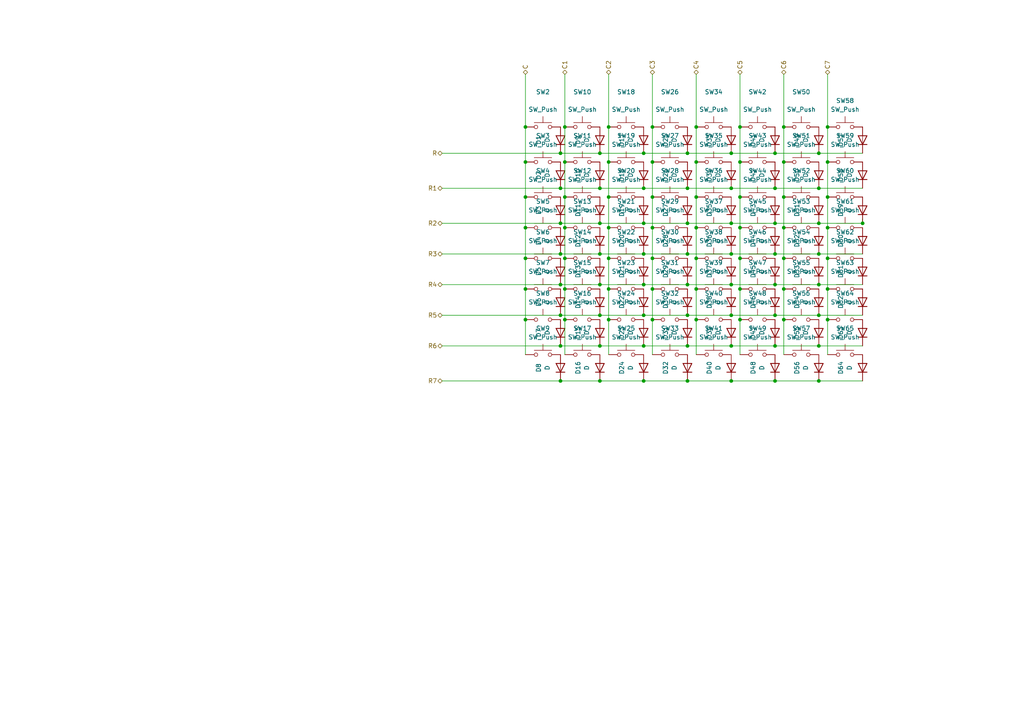
<source format=kicad_sch>
(kicad_sch (version 20231120) (generator "eeschema") (generator_version "8.0")
  (paper "A4")
  (lib_symbols
    (symbol "Device:D" (pin_numbers hide) (pin_names (offset 1.016) hide)
      (property "Reference" "D" (at 0 2.54 0))
      (property "Value" "D" (at 0 -2.54 0))
      (symbol "D_1_1"
        (pin passive line (at -3.81 0 0) (length 2.54) (name "K") (number "1"))
        (pin passive line (at 3.81 0 180) (length 2.54) (name "A") (number "2"))
      )
    )
    (symbol "Switch:SW_Push" (pin_numbers hide) (pin_names (offset 1.016) hide)
      (property "Reference" "SW" (at 1.27 2.54 0))
      (property "Value" "SW_Push" (at 0 -1.524 0))
      (symbol "SW_Push_0_1"
        (pin passive line (at -5.08 0 0) (length 2.54) (name "1") (number "1"))
        (pin passive line (at 5.08 0 180) (length 2.54) (name "2") (number "2"))
      )
    )
  )
  (junction (at 237.49 73.66))
  (junction (at 163.83 74.93))
  (junction (at 227.33 57.15))
  (junction (at 199.39 54.61))
  (junction (at 173.99 64.77))
  (junction (at 163.83 92.71))
  (junction (at 240.03 36.83))
  (junction (at 176.53 46.99))
  (junction (at 152.4 66.04))
  (junction (at 224.79 110.49))
  (junction (at 176.53 36.83))
  (junction (at 176.53 83.82))
  (junction (at 186.69 91.44))
  (junction (at 214.63 74.93))
  (junction (at 162.56 91.44))
  (junction (at 152.4 74.93))
  (junction (at 162.56 100.33))
  (junction (at 199.39 91.44))
  (junction (at 201.93 83.82))
  (junction (at 214.63 83.82))
  (junction (at 176.53 66.04))
  (junction (at 237.49 82.55))
  (junction (at 163.83 57.15))
  (junction (at 237.49 54.61))
  (junction (at 173.99 110.49))
  (junction (at 224.79 54.61))
  (junction (at 237.49 100.33))
  (junction (at 163.83 83.82))
  (junction (at 212.09 54.61))
  (junction (at 212.09 100.33))
  (junction (at 199.39 73.66))
  (junction (at 201.93 66.04))
  (junction (at 214.63 92.71))
  (junction (at 189.23 66.04))
  (junction (at 173.99 54.61))
  (junction (at 224.79 100.33))
  (junction (at 173.99 91.44))
  (junction (at 201.93 46.99))
  (junction (at 162.56 64.77))
  (junction (at 162.56 73.66))
  (junction (at 240.03 92.71))
  (junction (at 162.56 54.61))
  (junction (at 240.03 46.99))
  (junction (at 199.39 82.55))
  (junction (at 214.63 66.04))
  (junction (at 237.49 91.44))
  (junction (at 212.09 110.49))
  (junction (at 227.33 92.71))
  (junction (at 152.4 57.15))
  (junction (at 189.23 92.71))
  (junction (at 186.69 73.66))
  (junction (at 250.19 64.77))
  (junction (at 173.99 44.45))
  (junction (at 173.99 100.33))
  (junction (at 240.03 83.82))
  (junction (at 186.69 44.45))
  (junction (at 186.69 64.77))
  (junction (at 189.23 57.15))
  (junction (at 173.99 82.55))
  (junction (at 152.4 92.71))
  (junction (at 237.49 110.49))
  (junction (at 152.4 36.83))
  (junction (at 227.33 46.99))
  (junction (at 212.09 73.66))
  (junction (at 152.4 46.99))
  (junction (at 201.93 36.83))
  (junction (at 186.69 110.49))
  (junction (at 162.56 44.45))
  (junction (at 162.56 110.49))
  (junction (at 227.33 66.04))
  (junction (at 199.39 64.77))
  (junction (at 176.53 92.71))
  (junction (at 163.83 66.04))
  (junction (at 227.33 74.93))
  (junction (at 186.69 54.61))
  (junction (at 199.39 110.49))
  (junction (at 199.39 100.33))
  (junction (at 237.49 64.77))
  (junction (at 176.53 57.15))
  (junction (at 212.09 64.77))
  (junction (at 227.33 36.83))
  (junction (at 163.83 46.99))
  (junction (at 152.4 83.82))
  (junction (at 189.23 36.83))
  (junction (at 189.23 74.93))
  (junction (at 240.03 57.15))
  (junction (at 224.79 44.45))
  (junction (at 214.63 36.83))
  (junction (at 214.63 57.15))
  (junction (at 237.49 44.45))
  (junction (at 212.09 44.45))
  (junction (at 189.23 83.82))
  (junction (at 212.09 91.44))
  (junction (at 214.63 46.99))
  (junction (at 240.03 74.93))
  (junction (at 189.23 46.99))
  (junction (at 186.69 82.55))
  (junction (at 186.69 100.33))
  (junction (at 173.99 73.66))
  (junction (at 224.79 91.44))
  (junction (at 224.79 82.55))
  (junction (at 176.53 74.93))
  (junction (at 199.39 44.45))
  (junction (at 163.83 36.83))
  (junction (at 224.79 64.77))
  (junction (at 212.09 82.55))
  (junction (at 162.56 82.55))
  (junction (at 201.93 57.15))
  (junction (at 201.93 74.93))
  (junction (at 224.79 73.66))
  (junction (at 201.93 92.71))
  (junction (at 227.33 83.82))
  (junction (at 240.03 66.04))
  (wire (pts (xy 227.33 21.59) (xy 227.33 36.83)))
  (wire (pts (xy 163.83 57.15) (xy 163.83 66.04)))
  (wire (pts (xy 173.99 110.49) (xy 186.69 110.49)))
  (wire (pts (xy 212.09 110.49) (xy 224.79 110.49)))
  (wire (pts (xy 176.53 36.83) (xy 176.53 46.99)))
  (wire (pts (xy 163.83 46.99) (xy 163.83 57.15)))
  (wire (pts (xy 163.83 66.04) (xy 163.83 74.93)))
  (wire (pts (xy 214.63 66.04) (xy 214.63 74.93)))
  (wire (pts (xy 173.99 64.77) (xy 186.69 64.77)))
  (wire (pts (xy 173.99 73.66) (xy 186.69 73.66)))
  (wire (pts (xy 237.49 44.45) (xy 250.19 44.45)))
  (wire (pts (xy 128.27 54.61) (xy 162.56 54.61)))
  (wire (pts (xy 214.63 83.82) (xy 214.63 92.71)))
  (wire (pts (xy 237.49 64.77) (xy 250.19 64.77)))
  (wire (pts (xy 128.27 110.49) (xy 162.56 110.49)))
  (wire (pts (xy 227.33 66.04) (xy 227.33 74.93)))
  (wire (pts (xy 173.99 100.33) (xy 186.69 100.33)))
  (wire (pts (xy 176.53 66.04) (xy 176.53 74.93)))
  (wire (pts (xy 152.4 21.59) (xy 152.4 36.83)))
  (wire (pts (xy 186.69 64.77) (xy 199.39 64.77)))
  (wire (pts (xy 240.03 102.87) (xy 240.03 92.71)))
  (wire (pts (xy 199.39 64.77) (xy 212.09 64.77)))
  (wire (pts (xy 199.39 54.61) (xy 212.09 54.61)))
  (wire (pts (xy 189.23 21.59) (xy 189.23 36.83)))
  (wire (pts (xy 162.56 73.66) (xy 173.99 73.66)))
  (wire (pts (xy 227.33 46.99) (xy 227.33 57.15)))
  (wire (pts (xy 176.53 46.99) (xy 176.53 57.15)))
  (wire (pts (xy 186.69 54.61) (xy 199.39 54.61)))
  (wire (pts (xy 162.56 110.49) (xy 173.99 110.49)))
  (wire (pts (xy 224.79 110.49) (xy 237.49 110.49)))
  (wire (pts (xy 227.33 36.83) (xy 227.33 46.99)))
  (wire (pts (xy 214.63 74.93) (xy 214.63 83.82)))
  (wire (pts (xy 186.69 91.44) (xy 199.39 91.44)))
  (wire (pts (xy 186.69 100.33) (xy 199.39 100.33)))
  (wire (pts (xy 199.39 82.55) (xy 212.09 82.55)))
  (wire (pts (xy 227.33 83.82) (xy 227.33 92.71)))
  (wire (pts (xy 176.53 57.15) (xy 176.53 66.04)))
  (wire (pts (xy 201.93 21.59) (xy 201.93 36.83)))
  (wire (pts (xy 162.56 54.61) (xy 173.99 54.61)))
  (wire (pts (xy 214.63 92.71) (xy 214.63 102.87)))
  (wire (pts (xy 199.39 100.33) (xy 212.09 100.33)))
  (wire (pts (xy 212.09 73.66) (xy 224.79 73.66)))
  (wire (pts (xy 189.23 46.99) (xy 189.23 57.15)))
  (wire (pts (xy 237.49 110.49) (xy 250.19 110.49)))
  (wire (pts (xy 212.09 100.33) (xy 224.79 100.33)))
  (wire (pts (xy 240.03 21.59) (xy 240.03 36.83)))
  (wire (pts (xy 237.49 82.55) (xy 250.19 82.55)))
  (wire (pts (xy 199.39 44.45) (xy 212.09 44.45)))
  (wire (pts (xy 212.09 82.55) (xy 224.79 82.55)))
  (wire (pts (xy 224.79 64.77) (xy 237.49 64.77)))
  (wire (pts (xy 152.4 92.71) (xy 152.4 102.87)))
  (wire (pts (xy 173.99 82.55) (xy 186.69 82.55)))
  (wire (pts (xy 201.93 57.15) (xy 201.93 66.04)))
  (wire (pts (xy 237.49 73.66) (xy 250.19 73.66)))
  (wire (pts (xy 201.93 46.99) (xy 201.93 57.15)))
  (wire (pts (xy 240.03 46.99) (xy 240.03 36.83)))
  (wire (pts (xy 176.53 92.71) (xy 176.53 102.87)))
  (wire (pts (xy 212.09 44.45) (xy 224.79 44.45)))
  (wire (pts (xy 128.27 64.77) (xy 162.56 64.77)))
  (wire (pts (xy 201.93 92.71) (xy 201.93 102.87)))
  (wire (pts (xy 152.4 66.04) (xy 152.4 74.93)))
  (wire (pts (xy 173.99 91.44) (xy 186.69 91.44)))
  (wire (pts (xy 128.27 82.55) (xy 162.56 82.55)))
  (wire (pts (xy 214.63 36.83) (xy 214.63 46.99)))
  (wire (pts (xy 212.09 64.77) (xy 224.79 64.77)))
  (wire (pts (xy 162.56 64.77) (xy 173.99 64.77)))
  (wire (pts (xy 163.83 74.93) (xy 163.83 83.82)))
  (wire (pts (xy 227.33 74.93) (xy 227.33 83.82)))
  (wire (pts (xy 189.23 57.15) (xy 189.23 66.04)))
  (wire (pts (xy 199.39 110.49) (xy 212.09 110.49)))
  (wire (pts (xy 237.49 100.33) (xy 250.19 100.33)))
  (wire (pts (xy 189.23 92.71) (xy 189.23 102.87)))
  (wire (pts (xy 173.99 54.61) (xy 186.69 54.61)))
  (wire (pts (xy 186.69 82.55) (xy 199.39 82.55)))
  (wire (pts (xy 201.93 36.83) (xy 201.93 46.99)))
  (wire (pts (xy 128.27 44.45) (xy 162.56 44.45)))
  (wire (pts (xy 199.39 73.66) (xy 212.09 73.66)))
  (wire (pts (xy 128.27 73.66) (xy 162.56 73.66)))
  (wire (pts (xy 224.79 82.55) (xy 237.49 82.55)))
  (wire (pts (xy 224.79 44.45) (xy 237.49 44.45)))
  (wire (pts (xy 240.03 83.82) (xy 240.03 74.93)))
  (wire (pts (xy 237.49 91.44) (xy 250.19 91.44)))
  (wire (pts (xy 152.4 36.83) (xy 152.4 46.99)))
  (wire (pts (xy 214.63 46.99) (xy 214.63 57.15)))
  (wire (pts (xy 186.69 44.45) (xy 199.39 44.45)))
  (wire (pts (xy 189.23 83.82) (xy 189.23 92.71)))
  (wire (pts (xy 128.27 100.33) (xy 162.56 100.33)))
  (wire (pts (xy 163.83 36.83) (xy 163.83 46.99)))
  (wire (pts (xy 128.27 91.44) (xy 162.56 91.44)))
  (wire (pts (xy 212.09 91.44) (xy 224.79 91.44)))
  (wire (pts (xy 162.56 100.33) (xy 173.99 100.33)))
  (wire (pts (xy 163.83 21.59) (xy 163.83 36.83)))
  (wire (pts (xy 214.63 57.15) (xy 214.63 66.04)))
  (wire (pts (xy 162.56 44.45) (xy 173.99 44.45)))
  (wire (pts (xy 152.4 83.82) (xy 152.4 92.71)))
  (wire (pts (xy 186.69 110.49) (xy 199.39 110.49)))
  (wire (pts (xy 176.53 74.93) (xy 176.53 83.82)))
  (wire (pts (xy 152.4 57.15) (xy 152.4 66.04)))
  (wire (pts (xy 240.03 92.71) (xy 240.03 83.82)))
  (wire (pts (xy 173.99 44.45) (xy 186.69 44.45)))
  (wire (pts (xy 227.33 92.71) (xy 227.33 102.87)))
  (wire (pts (xy 224.79 73.66) (xy 237.49 73.66)))
  (wire (pts (xy 189.23 66.04) (xy 189.23 74.93)))
  (wire (pts (xy 227.33 57.15) (xy 227.33 66.04)))
  (wire (pts (xy 201.93 74.93) (xy 201.93 83.82)))
  (wire (pts (xy 240.03 57.15) (xy 240.03 46.99)))
  (wire (pts (xy 240.03 66.04) (xy 240.03 57.15)))
  (wire (pts (xy 201.93 83.82) (xy 201.93 92.71)))
  (wire (pts (xy 162.56 82.55) (xy 173.99 82.55)))
  (wire (pts (xy 237.49 54.61) (xy 250.19 54.61)))
  (wire (pts (xy 224.79 54.61) (xy 237.49 54.61)))
  (wire (pts (xy 199.39 91.44) (xy 212.09 91.44)))
  (wire (pts (xy 224.79 91.44) (xy 237.49 91.44)))
  (wire (pts (xy 163.83 83.82) (xy 163.83 92.71)))
  (wire (pts (xy 176.53 83.82) (xy 176.53 92.71)))
  (wire (pts (xy 201.93 66.04) (xy 201.93 74.93)))
  (wire (pts (xy 212.09 54.61) (xy 224.79 54.61)))
  (wire (pts (xy 162.56 91.44) (xy 173.99 91.44)))
  (wire (pts (xy 189.23 74.93) (xy 189.23 83.82)))
  (wire (pts (xy 224.79 100.33) (xy 237.49 100.33)))
  (wire (pts (xy 176.53 21.59) (xy 176.53 36.83)))
  (wire (pts (xy 189.23 36.83) (xy 189.23 46.99)))
  (wire (pts (xy 186.69 73.66) (xy 199.39 73.66)))
  (wire (pts (xy 152.4 46.99) (xy 152.4 57.15)))
  (wire (pts (xy 214.63 21.59) (xy 214.63 36.83)))
  (wire (pts (xy 250.19 63.5) (xy 250.19 64.77)))
  (wire (pts (xy 240.03 74.93) (xy 240.03 66.04)))
  (wire (pts (xy 163.83 92.71) (xy 163.83 102.87)))
  (wire (pts (xy 152.4 74.93) (xy 152.4 83.82)))
  (hierarchical_label "C2" (shape bidirectional) (at 176.53 21.59 90))
  (hierarchical_label "R2" (shape bidirectional) (at 128.27 64.77 180))
  (hierarchical_label "R3" (shape bidirectional) (at 128.27 73.66 180))
  (hierarchical_label "C3" (shape bidirectional) (at 189.23 21.59 90))
  (hierarchical_label "C7" (shape bidirectional) (at 240.03 21.59 90))
  (hierarchical_label "C6" (shape bidirectional) (at 227.33 21.59 90))
  (hierarchical_label "R1" (shape bidirectional) (at 128.27 54.61 180))
  (hierarchical_label "R5" (shape bidirectional) (at 128.27 91.44 180))
  (hierarchical_label "C5" (shape bidirectional) (at 214.63 21.59 90))
  (hierarchical_label "C4" (shape bidirectional) (at 201.93 21.59 90))
  (hierarchical_label "R6" (shape bidirectional) (at 128.27 100.33 180))
  (hierarchical_label "C1" (shape bidirectional) (at 163.83 21.59 90))
  (hierarchical_label "C" (shape bidirectional) (at 152.4 21.59 90))
  (hierarchical_label "R" (shape bidirectional) (at 128.27 44.45 180))
  (hierarchical_label "R7" (shape bidirectional) (at 128.27 110.49 180))
  (hierarchical_label "R4" (shape bidirectional) (at 128.27 82.55 180))
  (symbol (lib_id "Switch:SW_Push") (at 207.01 83.82 0) (unit 1)
    (property "Reference" "SW39" (at 207.01 76.2 0))
    (property "Value" "SW_Push" (at 207.01 78.74 0))
    (property "Footprint" "keyswitches.pretty-2.1:Kailh_socket_MX" (effects (hide yes)))
    (property "Description" "Push button switch, generic, two pins" (effects (hide yes)))
  )
  (symbol (lib_id "Device:D") (at 199.39 106.68 90) (unit 1)
    (property "Reference" "D32" (at 193.04 106.68 0))
    (property "Value" "D" (at 195.58 106.68 0))
    (property "Footprint" "Diode_SMD:D_0805_2012Metric" (effects (hide yes)))
    (property "Description" "Diode" (effects (hide yes)))
    (property "Sim.Device" "D" (effects (hide yes)))
    (property "Sim.Pins" "1=K 2=A" (effects (hide yes)))
  )
  (symbol (lib_id "Device:D") (at 173.99 87.63 90) (unit 1)
    (property "Reference" "D14" (at 167.64 87.63 0))
    (property "Value" "D" (at 170.18 87.63 0))
    (property "Footprint" "Diode_SMD:D_0805_2012Metric" (effects (hide yes)))
    (property "Description" "Diode" (effects (hide yes)))
    (property "Sim.Device" "D" (effects (hide yes)))
    (property "Sim.Pins" "1=K 2=A" (effects (hide yes)))
  )
  (symbol (lib_id "Switch:SW_Push") (at 207.01 92.71 0) (unit 1)
    (property "Reference" "SW40" (at 207.01 85.09 0))
    (property "Value" "SW_Push" (at 207.01 87.63 0))
    (property "Footprint" "keyswitches.pretty-2.1:Kailh_socket_MX" (effects (hide yes)))
    (property "Description" "Push button switch, generic, two pins" (effects (hide yes)))
  )
  (symbol (lib_id "Switch:SW_Push") (at 245.11 83.82 0) (unit 1)
    (property "Reference" "SW63" (at 245.11 76.2 0))
    (property "Value" "SW_Push" (at 245.11 78.74 0))
    (property "Footprint" "keyswitches.pretty-2.1:Kailh_socket_MX" (effects (hide yes)))
    (property "Description" "Push button switch, generic, two pins" (effects (hide yes)))
  )
  (symbol (lib_id "Switch:SW_Push") (at 168.91 92.71 0) (unit 1)
    (property "Reference" "SW16" (at 168.91 85.09 0))
    (property "Value" "SW_Push" (at 168.91 87.63 0))
    (property "Footprint" "keyswitches.pretty-2.1:Kailh_socket_MX" (effects (hide yes)))
    (property "Description" "Push button switch, generic, two pins" (effects (hide yes)))
  )
  (symbol (lib_id "Device:D") (at 199.39 60.96 90) (unit 1)
    (property "Reference" "D27" (at 193.04 60.96 0))
    (property "Value" "D" (at 195.58 60.96 0))
    (property "Footprint" "Diode_SMD:D_0805_2012Metric" (effects (hide yes)))
    (property "Description" "Diode" (effects (hide yes)))
    (property "Sim.Device" "D" (effects (hide yes)))
    (property "Sim.Pins" "1=K 2=A" (effects (hide yes)))
  )
  (symbol (lib_id "Device:D") (at 212.09 50.8 90) (unit 1)
    (property "Reference" "D34" (at 205.74 50.8 0))
    (property "Value" "D" (at 208.28 50.8 0))
    (property "Footprint" "Diode_SMD:D_0805_2012Metric" (effects (hide yes)))
    (property "Description" "Diode" (effects (hide yes)))
    (property "Sim.Device" "D" (effects (hide yes)))
    (property "Sim.Pins" "1=K 2=A" (effects (hide yes)))
  )
  (symbol (lib_id "Device:D") (at 162.56 40.64 90) (unit 1)
    (property "Reference" "D1" (at 156.21 40.64 0))
    (property "Value" "D" (at 158.75 40.64 0))
    (property "Footprint" "Diode_SMD:D_0805_2012Metric" (effects (hide yes)))
    (property "Description" "Diode" (effects (hide yes)))
    (property "Sim.Device" "D" (effects (hide yes)))
    (property "Sim.Pins" "1=K 2=A" (effects (hide yes)))
  )
  (symbol (lib_id "Device:D") (at 186.69 87.63 90) (unit 1)
    (property "Reference" "D22" (at 180.34 87.63 0))
    (property "Value" "D" (at 182.88 87.63 0))
    (property "Footprint" "Diode_SMD:D_0805_2012Metric" (effects (hide yes)))
    (property "Description" "Diode" (effects (hide yes)))
    (property "Sim.Device" "D" (effects (hide yes)))
    (property "Sim.Pins" "1=K 2=A" (effects (hide yes)))
  )
  (symbol (lib_id "Device:D") (at 224.79 106.68 90) (unit 1)
    (property "Reference" "D48" (at 218.44 106.68 0))
    (property "Value" "D" (at 220.98 106.68 0))
    (property "Footprint" "Diode_SMD:D_0805_2012Metric" (effects (hide yes)))
    (property "Description" "Diode" (effects (hide yes)))
    (property "Sim.Device" "D" (effects (hide yes)))
    (property "Sim.Pins" "1=K 2=A" (effects (hide yes)))
  )
  (symbol (lib_id "Device:D") (at 173.99 40.64 90) (unit 1)
    (property "Reference" "D9" (at 167.64 40.64 0))
    (property "Value" "D" (at 170.18 40.64 0))
    (property "Footprint" "Diode_SMD:D_0805_2012Metric" (effects (hide yes)))
    (property "Description" "Diode" (effects (hide yes)))
    (property "Sim.Device" "D" (effects (hide yes)))
    (property "Sim.Pins" "1=K 2=A" (effects (hide yes)))
  )
  (symbol (lib_id "Device:D") (at 237.49 69.85 90) (unit 1)
    (property "Reference" "D52" (at 231.14 69.85 0))
    (property "Value" "D" (at 233.68 69.85 0))
    (property "Footprint" "Diode_SMD:D_0805_2012Metric" (effects (hide yes)))
    (property "Description" "Diode" (effects (hide yes)))
    (property "Sim.Device" "D" (effects (hide yes)))
    (property "Sim.Pins" "1=K 2=A" (effects (hide yes)))
  )
  (symbol (lib_id "Device:D") (at 212.09 87.63 90) (unit 1)
    (property "Reference" "D38" (at 205.74 87.63 0))
    (property "Value" "D" (at 208.28 87.63 0))
    (property "Footprint" "Diode_SMD:D_0805_2012Metric" (effects (hide yes)))
    (property "Description" "Diode" (effects (hide yes)))
    (property "Sim.Device" "D" (effects (hide yes)))
    (property "Sim.Pins" "1=K 2=A" (effects (hide yes)))
  )
  (symbol (lib_id "Switch:SW_Push") (at 168.91 66.04 0) (unit 1)
    (property "Reference" "SW13" (at 168.91 58.42 0))
    (property "Value" "SW_Push" (at 168.91 60.96 0))
    (property "Footprint" "keyswitches.pretty-2.1:Kailh_socket_MX" (effects (hide yes)))
    (property "Description" "Push button switch, generic, two pins" (effects (hide yes)))
  )
  (symbol (lib_id "Device:D") (at 237.49 50.8 90) (unit 1)
    (property "Reference" "D50" (at 231.14 50.8 0))
    (property "Value" "D" (at 233.68 50.8 0))
    (property "Footprint" "Diode_SMD:D_0805_2012Metric" (effects (hide yes)))
    (property "Description" "Diode" (effects (hide yes)))
    (property "Sim.Device" "D" (effects (hide yes)))
    (property "Sim.Pins" "1=K 2=A" (effects (hide yes)))
  )
  (symbol (lib_id "Switch:SW_Push") (at 219.71 46.99 0) (unit 1)
    (property "Reference" "SW43" (at 219.71 39.37 0))
    (property "Value" "SW_Push" (at 219.71 41.91 0))
    (property "Footprint" "keyswitches.pretty-2.1:Kailh_socket_MX" (effects (hide yes)))
    (property "Description" "Push button switch, generic, two pins" (effects (hide yes)))
  )
  (symbol (lib_id "Switch:SW_Push") (at 181.61 92.71 0) (unit 1)
    (property "Reference" "SW24" (at 181.61 85.09 0))
    (property "Value" "SW_Push" (at 181.61 87.63 0))
    (property "Footprint" "keyswitches.pretty-2.1:Kailh_socket_MX" (effects (hide yes)))
    (property "Description" "Push button switch, generic, two pins" (effects (hide yes)))
  )
  (symbol (lib_id "Device:D") (at 212.09 40.64 90) (unit 1)
    (property "Reference" "D33" (at 205.74 40.64 0))
    (property "Value" "D" (at 208.28 40.64 0))
    (property "Footprint" "Diode_SMD:D_0805_2012Metric" (effects (hide yes)))
    (property "Description" "Diode" (effects (hide yes)))
    (property "Sim.Device" "D" (effects (hide yes)))
    (property "Sim.Pins" "1=K 2=A" (effects (hide yes)))
  )
  (symbol (lib_id "Device:D") (at 250.19 106.68 90) (unit 1)
    (property "Reference" "D64" (at 243.84 106.68 0))
    (property "Value" "D" (at 246.38 106.68 0))
    (property "Footprint" "Diode_SMD:D_0805_2012Metric" (effects (hide yes)))
    (property "Description" "Diode" (effects (hide yes)))
    (property "Sim.Device" "D" (effects (hide yes)))
    (property "Sim.Pins" "1=K 2=A" (effects (hide yes)))
  )
  (symbol (lib_id "Device:D") (at 162.56 96.52 90) (unit 1)
    (property "Reference" "D7" (at 156.21 96.52 0))
    (property "Value" "D" (at 158.75 96.52 0))
    (property "Footprint" "Diode_SMD:D_0805_2012Metric" (effects (hide yes)))
    (property "Description" "Diode" (effects (hide yes)))
    (property "Sim.Device" "D" (effects (hide yes)))
    (property "Sim.Pins" "1=K 2=A" (effects (hide yes)))
  )
  (symbol (lib_id "Device:D") (at 237.49 96.52 90) (unit 1)
    (property "Reference" "D55" (at 231.14 96.52 0))
    (property "Value" "D" (at 233.68 96.52 0))
    (property "Footprint" "Diode_SMD:D_0805_2012Metric" (effects (hide yes)))
    (property "Description" "Diode" (effects (hide yes)))
    (property "Sim.Device" "D" (effects (hide yes)))
    (property "Sim.Pins" "1=K 2=A" (effects (hide yes)))
  )
  (symbol (lib_id "Device:D") (at 199.39 87.63 90) (unit 1)
    (property "Reference" "D30" (at 193.04 87.63 0))
    (property "Value" "D" (at 195.58 87.63 0))
    (property "Footprint" "Diode_SMD:D_0805_2012Metric" (effects (hide yes)))
    (property "Description" "Diode" (effects (hide yes)))
    (property "Sim.Device" "D" (effects (hide yes)))
    (property "Sim.Pins" "1=K 2=A" (effects (hide yes)))
  )
  (symbol (lib_id "Switch:SW_Push") (at 181.61 36.83 0) (unit 1)
    (property "Reference" "SW18" (at 181.61 26.67 0))
    (property "Value" "SW_Push" (at 181.61 31.75 0))
    (property "Footprint" "keyswitches.pretty-2.1:Kailh_socket_MX" (effects (hide yes)))
    (property "Description" "Push button switch, generic, two pins" (effects (hide yes)))
  )
  (symbol (lib_id "Switch:SW_Push") (at 207.01 74.93 0) (unit 1)
    (property "Reference" "SW38" (at 207.01 67.31 0))
    (property "Value" "SW_Push" (at 207.01 69.85 0))
    (property "Footprint" "keyswitches.pretty-2.1:Kailh_socket_MX" (effects (hide yes)))
    (property "Description" "Push button switch, generic, two pins" (effects (hide yes)))
  )
  (symbol (lib_id "Device:D") (at 224.79 60.96 90) (unit 1)
    (property "Reference" "D43" (at 218.44 60.96 0))
    (property "Value" "D" (at 220.98 60.96 0))
    (property "Footprint" "Diode_SMD:D_0805_2012Metric" (effects (hide yes)))
    (property "Description" "Diode" (effects (hide yes)))
    (property "Sim.Device" "D" (effects (hide yes)))
    (property "Sim.Pins" "1=K 2=A" (effects (hide yes)))
  )
  (symbol (lib_id "Device:D") (at 212.09 106.68 90) (unit 1)
    (property "Reference" "D40" (at 205.74 106.68 0))
    (property "Value" "D" (at 208.28 106.68 0))
    (property "Footprint" "Diode_SMD:D_0805_2012Metric" (effects (hide yes)))
    (property "Description" "Diode" (effects (hide yes)))
    (property "Sim.Device" "D" (effects (hide yes)))
    (property "Sim.Pins" "1=K 2=A" (effects (hide yes)))
  )
  (symbol (lib_id "Device:D") (at 199.39 96.52 90) (unit 1)
    (property "Reference" "D31" (at 193.04 96.52 0))
    (property "Value" "D" (at 195.58 96.52 0))
    (property "Footprint" "Diode_SMD:D_0805_2012Metric" (effects (hide yes)))
    (property "Description" "Diode" (effects (hide yes)))
    (property "Sim.Device" "D" (effects (hide yes)))
    (property "Sim.Pins" "1=K 2=A" (effects (hide yes)))
  )
  (symbol (lib_id "Switch:SW_Push") (at 207.01 66.04 0) (unit 1)
    (property "Reference" "SW37" (at 207.01 58.42 0))
    (property "Value" "SW_Push" (at 207.01 60.96 0))
    (property "Footprint" "keyswitches.pretty-2.1:Kailh_socket_MX" (effects (hide yes)))
    (property "Description" "Push button switch, generic, two pins" (effects (hide yes)))
  )
  (symbol (lib_id "Switch:SW_Push") (at 157.48 57.15 0) (unit 1)
    (property "Reference" "SW4" (at 157.48 49.53 0))
    (property "Value" "SW_Push" (at 157.48 52.07 0))
    (property "Footprint" "keyswitches.pretty-2.1:Kailh_socket_MX" (effects (hide yes)))
    (property "Description" "Push button switch, generic, two pins" (effects (hide yes)))
  )
  (symbol (lib_id "Switch:SW_Push") (at 157.48 66.04 0) (unit 1)
    (property "Reference" "SW5" (at 157.48 58.42 0))
    (property "Value" "SW_Push" (at 157.48 60.96 0))
    (property "Footprint" "keyswitches.pretty-2.1:Kailh_socket_MX" (effects (hide yes)))
    (property "Description" "Push button switch, generic, two pins" (effects (hide yes)))
  )
  (symbol (lib_id "Switch:SW_Push") (at 194.31 57.15 0) (unit 1)
    (property "Reference" "SW28" (at 194.31 49.53 0))
    (property "Value" "SW_Push" (at 194.31 52.07 0))
    (property "Footprint" "keyswitches.pretty-2.1:Kailh_socket_MX" (effects (hide yes)))
    (property "Description" "Push button switch, generic, two pins" (effects (hide yes)))
  )
  (symbol (lib_id "Switch:SW_Push") (at 245.11 46.99 0) (unit 1)
    (property "Reference" "SW59" (at 245.11 39.37 0))
    (property "Value" "SW_Push" (at 245.11 41.91 0))
    (property "Footprint" "keyswitches.pretty-2.1:Kailh_socket_MX" (effects (hide yes)))
    (property "Description" "Push button switch, generic, two pins" (effects (hide yes)))
  )
  (symbol (lib_id "Switch:SW_Push") (at 157.48 74.93 0) (unit 1)
    (property "Reference" "SW6" (at 157.48 67.31 0))
    (property "Value" "SW_Push" (at 157.48 69.85 0))
    (property "Footprint" "keyswitches.pretty-2.1:Kailh_socket_MX" (effects (hide yes)))
    (property "Description" "Push button switch, generic, two pins" (effects (hide yes)))
  )
  (symbol (lib_id "Switch:SW_Push") (at 194.31 92.71 0) (unit 1)
    (property "Reference" "SW32" (at 194.31 85.09 0))
    (property "Value" "SW_Push" (at 194.31 87.63 0))
    (property "Footprint" "keyswitches.pretty-2.1:Kailh_socket_MX" (effects (hide yes)))
    (property "Description" "Push button switch, generic, two pins" (effects (hide yes)))
  )
  (symbol (lib_id "Switch:SW_Push") (at 219.71 92.71 0) (unit 1)
    (property "Reference" "SW48" (at 219.71 85.09 0))
    (property "Value" "SW_Push" (at 219.71 87.63 0))
    (property "Footprint" "keyswitches.pretty-2.1:Kailh_socket_MX" (effects (hide yes)))
    (property "Description" "Push button switch, generic, two pins" (effects (hide yes)))
  )
  (symbol (lib_id "Switch:SW_Push") (at 232.41 92.71 0) (unit 1)
    (property "Reference" "SW56" (at 232.41 85.09 0))
    (property "Value" "SW_Push" (at 232.41 87.63 0))
    (property "Footprint" "keyswitches.pretty-2.1:Kailh_socket_MX" (effects (hide yes)))
    (property "Description" "Push button switch, generic, two pins" (effects (hide yes)))
  )
  (symbol (lib_id "Device:D") (at 199.39 40.64 90) (unit 1)
    (property "Reference" "D25" (at 193.04 40.64 0))
    (property "Value" "D" (at 195.58 40.64 0))
    (property "Footprint" "Diode_SMD:D_0805_2012Metric" (effects (hide yes)))
    (property "Description" "Diode" (effects (hide yes)))
    (property "Sim.Device" "D" (effects (hide yes)))
    (property "Sim.Pins" "1=K 2=A" (effects (hide yes)))
  )
  (symbol (lib_id "Device:D") (at 224.79 40.64 90) (unit 1)
    (property "Reference" "D41" (at 218.44 40.64 0))
    (property "Value" "D" (at 220.98 40.64 0))
    (property "Footprint" "Diode_SMD:D_0805_2012Metric" (effects (hide yes)))
    (property "Description" "Diode" (effects (hide yes)))
    (property "Sim.Device" "D" (effects (hide yes)))
    (property "Sim.Pins" "1=K 2=A" (effects (hide yes)))
  )
  (symbol (lib_id "Switch:SW_Push") (at 245.11 92.71 0) (unit 1)
    (property "Reference" "SW64" (at 245.11 85.09 0))
    (property "Value" "SW_Push" (at 245.11 87.63 0))
    (property "Footprint" "keyswitches.pretty-2.1:Kailh_socket_MX" (effects (hide yes)))
    (property "Description" "Push button switch, generic, two pins" (effects (hide yes)))
  )
  (symbol (lib_id "Switch:SW_Push") (at 245.11 66.04 0) (unit 1)
    (property "Reference" "SW61" (at 245.11 58.42 0))
    (property "Value" "SW_Push" (at 245.11 60.96 0))
    (property "Footprint" "keyswitches.pretty-2.1:Kailh_socket_MX" (effects (hide yes)))
    (property "Description" "Push button switch, generic, two pins" (effects (hide yes)))
  )
  (symbol (lib_id "Device:D") (at 199.39 50.8 90) (unit 1)
    (property "Reference" "D26" (at 193.04 50.8 0))
    (property "Value" "D" (at 195.58 50.8 0))
    (property "Footprint" "Diode_SMD:D_0805_2012Metric" (effects (hide yes)))
    (property "Description" "Diode" (effects (hide yes)))
    (property "Sim.Device" "D" (effects (hide yes)))
    (property "Sim.Pins" "1=K 2=A" (effects (hide yes)))
  )
  (symbol (lib_id "Device:D") (at 237.49 78.74 90) (unit 1)
    (property "Reference" "D53" (at 231.14 78.74 0))
    (property "Value" "D" (at 233.68 78.74 0))
    (property "Footprint" "Diode_SMD:D_0805_2012Metric" (effects (hide yes)))
    (property "Description" "Diode" (effects (hide yes)))
    (property "Sim.Device" "D" (effects (hide yes)))
    (property "Sim.Pins" "1=K 2=A" (effects (hide yes)))
  )
  (symbol (lib_id "Device:D") (at 186.69 40.64 90) (unit 1)
    (property "Reference" "D17" (at 180.34 40.64 0))
    (property "Value" "D" (at 182.88 40.64 0))
    (property "Footprint" "Diode_SMD:D_0805_2012Metric" (effects (hide yes)))
    (property "Description" "Diode" (effects (hide yes)))
    (property "Sim.Device" "D" (effects (hide yes)))
    (property "Sim.Pins" "1=K 2=A" (effects (hide yes)))
  )
  (symbol (lib_id "Device:D") (at 173.99 50.8 90) (unit 1)
    (property "Reference" "D10" (at 167.64 50.8 0))
    (property "Value" "D" (at 170.18 50.8 0))
    (property "Footprint" "Diode_SMD:D_0805_2012Metric" (effects (hide yes)))
    (property "Description" "Diode" (effects (hide yes)))
    (property "Sim.Device" "D" (effects (hide yes)))
    (property "Sim.Pins" "1=K 2=A" (effects (hide yes)))
  )
  (symbol (lib_id "Device:D") (at 186.69 106.68 90) (unit 1)
    (property "Reference" "D24" (at 180.34 106.68 0))
    (property "Value" "D" (at 182.88 106.68 0))
    (property "Footprint" "Diode_SMD:D_0805_2012Metric" (effects (hide yes)))
    (property "Description" "Diode" (effects (hide yes)))
    (property "Sim.Device" "D" (effects (hide yes)))
    (property "Sim.Pins" "1=K 2=A" (effects (hide yes)))
  )
  (symbol (lib_id "Switch:SW_Push") (at 207.01 36.83 0) (unit 1)
    (property "Reference" "SW34" (at 207.01 26.67 0))
    (property "Value" "SW_Push" (at 207.01 31.75 0))
    (property "Footprint" "keyswitches.pretty-2.1:Kailh_socket_MX" (effects (hide yes)))
    (property "Description" "Push button switch, generic, two pins" (effects (hide yes)))
  )
  (symbol (lib_id "Switch:SW_Push") (at 207.01 57.15 0) (unit 1)
    (property "Reference" "SW36" (at 207.01 49.53 0))
    (property "Value" "SW_Push" (at 207.01 52.07 0))
    (property "Footprint" "keyswitches.pretty-2.1:Kailh_socket_MX" (effects (hide yes)))
    (property "Description" "Push button switch, generic, two pins" (effects (hide yes)))
  )
  (symbol (lib_id "Switch:SW_Push") (at 219.71 83.82 0) (unit 1)
    (property "Reference" "SW47" (at 219.71 76.2 0))
    (property "Value" "SW_Push" (at 219.71 78.74 0))
    (property "Footprint" "keyswitches.pretty-2.1:Kailh_socket_MX" (effects (hide yes)))
    (property "Description" "Push button switch, generic, two pins" (effects (hide yes)))
  )
  (symbol (lib_id "Device:D") (at 250.19 50.8 90) (unit 1)
    (property "Reference" "D58" (at 243.84 50.8 0))
    (property "Value" "D" (at 246.38 50.8 0))
    (property "Footprint" "Diode_SMD:D_0805_2012Metric" (effects (hide yes)))
    (property "Description" "Diode" (effects (hide yes)))
    (property "Sim.Device" "D" (effects (hide yes)))
    (property "Sim.Pins" "1=K 2=A" (effects (hide yes)))
  )
  (symbol (lib_id "Device:D") (at 250.19 69.85 90) (unit 1)
    (property "Reference" "D60" (at 243.84 69.85 0))
    (property "Value" "D" (at 246.38 69.85 0))
    (property "Footprint" "Diode_SMD:D_0805_2012Metric" (effects (hide yes)))
    (property "Description" "Diode" (effects (hide yes)))
    (property "Sim.Device" "D" (effects (hide yes)))
    (property "Sim.Pins" "1=K 2=A" (effects (hide yes)))
  )
  (symbol (lib_id "Switch:SW_Push") (at 157.48 36.83 0) (unit 1)
    (property "Reference" "SW2" (at 157.48 26.67 0))
    (property "Value" "SW_Push" (at 157.48 31.75 0))
    (property "Footprint" "keyswitches.pretty-2.1:Kailh_socket_MX" (effects (hide yes)))
    (property "Description" "Push button switch, generic, two pins" (effects (hide yes)))
  )
  (symbol (lib_id "Device:D") (at 173.99 96.52 90) (unit 1)
    (property "Reference" "D15" (at 167.64 96.52 0))
    (property "Value" "D" (at 170.18 96.52 0))
    (property "Footprint" "Diode_SMD:D_0805_2012Metric" (effects (hide yes)))
    (property "Description" "Diode" (effects (hide yes)))
    (property "Sim.Device" "D" (effects (hide yes)))
    (property "Sim.Pins" "1=K 2=A" (effects (hide yes)))
  )
  (symbol (lib_id "Switch:SW_Push") (at 168.91 36.83 0) (unit 1)
    (property "Reference" "SW10" (at 168.91 26.67 0))
    (property "Value" "SW_Push" (at 168.91 31.75 0))
    (property "Footprint" "keyswitches.pretty-2.1:Kailh_socket_MX" (effects (hide yes)))
    (property "Description" "Push button switch, generic, two pins" (effects (hide yes)))
  )
  (symbol (lib_id "Device:D") (at 250.19 60.96 90) (unit 1)
    (property "Reference" "D59" (at 243.84 60.96 0))
    (property "Value" "D" (at 246.38 60.96 0))
    (property "Footprint" "Diode_SMD:D_0805_2012Metric" (effects (hide yes)))
    (property "Description" "Diode" (effects (hide yes)))
    (property "Sim.Device" "D" (effects (hide yes)))
    (property "Sim.Pins" "1=K 2=A" (effects (hide yes)))
  )
  (symbol (lib_id "Device:D") (at 162.56 106.68 90) (unit 1)
    (property "Reference" "D8" (at 156.21 106.68 0))
    (property "Value" "D" (at 158.75 106.68 0))
    (property "Footprint" "Diode_SMD:D_0805_2012Metric" (effects (hide yes)))
    (property "Description" "Diode" (effects (hide yes)))
    (property "Sim.Device" "D" (effects (hide yes)))
    (property "Sim.Pins" "1=K 2=A" (effects (hide yes)))
  )
  (symbol (lib_id "Switch:SW_Push") (at 168.91 57.15 0) (unit 1)
    (property "Reference" "SW12" (at 168.91 49.53 0))
    (property "Value" "SW_Push" (at 168.91 52.07 0))
    (property "Footprint" "keyswitches.pretty-2.1:Kailh_socket_MX" (effects (hide yes)))
    (property "Description" "Push button switch, generic, two pins" (effects (hide yes)))
  )
  (symbol (lib_id "Device:D") (at 199.39 69.85 90) (unit 1)
    (property "Reference" "D28" (at 193.04 69.85 0))
    (property "Value" "D" (at 195.58 69.85 0))
    (property "Footprint" "Diode_SMD:D_0805_2012Metric" (effects (hide yes)))
    (property "Description" "Diode" (effects (hide yes)))
    (property "Sim.Device" "D" (effects (hide yes)))
    (property "Sim.Pins" "1=K 2=A" (effects (hide yes)))
  )
  (symbol (lib_id "Switch:SW_Push") (at 194.31 46.99 0) (unit 1)
    (property "Reference" "SW27" (at 194.31 39.37 0))
    (property "Value" "SW_Push" (at 194.31 41.91 0))
    (property "Footprint" "keyswitches.pretty-2.1:Kailh_socket_MX" (effects (hide yes)))
    (property "Description" "Push button switch, generic, two pins" (effects (hide yes)))
  )
  (symbol (lib_id "Device:D") (at 250.19 40.64 90) (unit 1)
    (property "Reference" "D57" (at 243.84 40.64 0))
    (property "Value" "D" (at 246.38 40.64 0))
    (property "Footprint" "Diode_SMD:D_0805_2012Metric" (effects (hide yes)))
    (property "Description" "Diode" (effects (hide yes)))
    (property "Sim.Device" "D" (effects (hide yes)))
    (property "Sim.Pins" "1=K 2=A" (effects (hide yes)))
  )
  (symbol (lib_id "Switch:SW_Push") (at 219.71 57.15 0) (unit 1)
    (property "Reference" "SW44" (at 219.71 49.53 0))
    (property "Value" "SW_Push" (at 219.71 52.07 0))
    (property "Footprint" "keyswitches.pretty-2.1:Kailh_socket_MX" (effects (hide yes)))
    (property "Description" "Push button switch, generic, two pins" (effects (hide yes)))
  )
  (symbol (lib_id "Switch:SW_Push") (at 168.91 74.93 0) (unit 1)
    (property "Reference" "SW14" (at 168.91 67.31 0))
    (property "Value" "SW_Push" (at 168.91 69.85 0))
    (property "Footprint" "keyswitches.pretty-2.1:Kailh_socket_MX" (effects (hide yes)))
    (property "Description" "Push button switch, generic, two pins" (effects (hide yes)))
  )
  (symbol (lib_id "Switch:SW_Push") (at 232.41 36.83 0) (unit 1)
    (property "Reference" "SW50" (at 232.41 26.67 0))
    (property "Value" "SW_Push" (at 232.41 31.75 0))
    (property "Footprint" "keyswitches.pretty-2.1:Kailh_socket_MX" (effects (hide yes)))
    (property "Description" "Push button switch, generic, two pins" (effects (hide yes)))
  )
  (symbol (lib_id "Switch:SW_Push") (at 219.71 102.87 0) (unit 1)
    (property "Reference" "SW49" (at 219.71 95.25 0))
    (property "Value" "SW_Push" (at 219.71 97.79 0))
    (property "Footprint" "keyswitches.pretty-2.1:Kailh_socket_MX" (effects (hide yes)))
    (property "Description" "Push button switch, generic, two pins" (effects (hide yes)))
  )
  (symbol (lib_id "Switch:SW_Push") (at 157.48 102.87 0) (unit 1)
    (property "Reference" "SW9" (at 157.48 95.25 0))
    (property "Value" "SW_Push" (at 157.48 97.79 0))
    (property "Footprint" "keyswitches.pretty-2.1:Kailh_socket_MX" (effects (hide yes)))
    (property "Description" "Push button switch, generic, two pins" (effects (hide yes)))
  )
  (symbol (lib_id "Switch:SW_Push") (at 181.61 102.87 0) (unit 1)
    (property "Reference" "SW25" (at 181.61 95.25 0))
    (property "Value" "SW_Push" (at 181.61 97.79 0))
    (property "Footprint" "keyswitches.pretty-2.1:Kailh_socket_MX" (effects (hide yes)))
    (property "Description" "Push button switch, generic, two pins" (effects (hide yes)))
  )
  (symbol (lib_id "Device:D") (at 212.09 60.96 90) (unit 1)
    (property "Reference" "D35" (at 205.74 60.96 0))
    (property "Value" "D" (at 208.28 60.96 0))
    (property "Footprint" "Diode_SMD:D_0805_2012Metric" (effects (hide yes)))
    (property "Description" "Diode" (effects (hide yes)))
    (property "Sim.Device" "D" (effects (hide yes)))
    (property "Sim.Pins" "1=K 2=A" (effects (hide yes)))
  )
  (symbol (lib_id "Switch:SW_Push") (at 168.91 102.87 0) (unit 1)
    (property "Reference" "SW17" (at 168.91 95.25 0))
    (property "Value" "SW_Push" (at 168.91 97.79 0))
    (property "Footprint" "keyswitches.pretty-2.1:Kailh_socket_MX" (effects (hide yes)))
    (property "Description" "Push button switch, generic, two pins" (effects (hide yes)))
  )
  (symbol (lib_id "Device:D") (at 224.79 78.74 90) (unit 1)
    (property "Reference" "D45" (at 218.44 78.74 0))
    (property "Value" "D" (at 220.98 78.74 0))
    (property "Footprint" "Diode_SMD:D_0805_2012Metric" (effects (hide yes)))
    (property "Description" "Diode" (effects (hide yes)))
    (property "Sim.Device" "D" (effects (hide yes)))
    (property "Sim.Pins" "1=K 2=A" (effects (hide yes)))
  )
  (symbol (lib_id "Switch:SW_Push") (at 245.11 74.93 0) (unit 1)
    (property "Reference" "SW62" (at 245.11 67.31 0))
    (property "Value" "SW_Push" (at 245.11 69.85 0))
    (property "Footprint" "keyswitches.pretty-2.1:Kailh_socket_MX" (effects (hide yes)))
    (property "Description" "Push button switch, generic, two pins" (effects (hide yes)))
  )
  (symbol (lib_id "Switch:SW_Push") (at 219.71 36.83 0) (unit 1)
    (property "Reference" "SW42" (at 219.71 26.67 0))
    (property "Value" "SW_Push" (at 219.71 31.75 0))
    (property "Footprint" "keyswitches.pretty-2.1:Kailh_socket_MX" (effects (hide yes)))
    (property "Description" "Push button switch, generic, two pins" (effects (hide yes)))
  )
  (symbol (lib_id "Switch:SW_Push") (at 168.91 83.82 0) (unit 1)
    (property "Reference" "SW15" (at 168.91 76.2 0))
    (property "Value" "SW_Push" (at 168.91 78.74 0))
    (property "Footprint" "keyswitches.pretty-2.1:Kailh_socket_MX" (effects (hide yes)))
    (property "Description" "Push button switch, generic, two pins" (effects (hide yes)))
  )
  (symbol (lib_id "Device:D") (at 186.69 78.74 90) (unit 1)
    (property "Reference" "D21" (at 180.34 78.74 0))
    (property "Value" "D" (at 182.88 78.74 0))
    (property "Footprint" "Diode_SMD:D_0805_2012Metric" (effects (hide yes)))
    (property "Description" "Diode" (effects (hide yes)))
    (property "Sim.Device" "D" (effects (hide yes)))
    (property "Sim.Pins" "1=K 2=A" (effects (hide yes)))
  )
  (symbol (lib_id "Device:D") (at 162.56 60.96 90) (unit 1)
    (property "Reference" "D3" (at 156.21 60.96 0))
    (property "Value" "D" (at 158.75 60.96 0))
    (property "Footprint" "Diode_SMD:D_0805_2012Metric" (effects (hide yes)))
    (property "Description" "Diode" (effects (hide yes)))
    (property "Sim.Device" "D" (effects (hide yes)))
    (property "Sim.Pins" "1=K 2=A" (effects (hide yes)))
  )
  (symbol (lib_id "Switch:SW_Push") (at 207.01 102.87 0) (unit 1)
    (property "Reference" "SW41" (at 207.01 95.25 0))
    (property "Value" "SW_Push" (at 207.01 97.79 0))
    (property "Footprint" "keyswitches.pretty-2.1:Kailh_socket_MX" (effects (hide yes)))
    (property "Description" "Push button switch, generic, two pins" (effects (hide yes)))
  )
  (symbol (lib_id "Switch:SW_Push") (at 245.11 57.15 0) (unit 1)
    (property "Reference" "SW60" (at 245.11 49.53 0))
    (property "Value" "SW_Push" (at 245.11 52.07 0))
    (property "Footprint" "keyswitches.pretty-2.1:Kailh_socket_MX" (effects (hide yes)))
    (property "Description" "Push button switch, generic, two pins" (effects (hide yes)))
  )
  (symbol (lib_id "Switch:SW_Push") (at 207.01 46.99 0) (unit 1)
    (property "Reference" "SW35" (at 207.01 39.37 0))
    (property "Value" "SW_Push" (at 207.01 41.91 0))
    (property "Footprint" "keyswitches.pretty-2.1:Kailh_socket_MX" (effects (hide yes)))
    (property "Description" "Push button switch, generic, two pins" (effects (hide yes)))
  )
  (symbol (lib_id "Switch:SW_Push") (at 194.31 74.93 0) (unit 1)
    (property "Reference" "SW30" (at 194.31 67.31 0))
    (property "Value" "SW_Push" (at 194.31 69.85 0))
    (property "Footprint" "keyswitches.pretty-2.1:Kailh_socket_MX" (effects (hide yes)))
    (property "Description" "Push button switch, generic, two pins" (effects (hide yes)))
  )
  (symbol (lib_id "Device:D") (at 212.09 69.85 90) (unit 1)
    (property "Reference" "D36" (at 205.74 69.85 0))
    (property "Value" "D" (at 208.28 69.85 0))
    (property "Footprint" "Diode_SMD:D_0805_2012Metric" (effects (hide yes)))
    (property "Description" "Diode" (effects (hide yes)))
    (property "Sim.Device" "D" (effects (hide yes)))
    (property "Sim.Pins" "1=K 2=A" (effects (hide yes)))
  )
  (symbol (lib_id "Device:D") (at 250.19 96.52 90) (unit 1)
    (property "Reference" "D63" (at 243.84 96.52 0))
    (property "Value" "D" (at 246.38 96.52 0))
    (property "Footprint" "Diode_SMD:D_0805_2012Metric" (effects (hide yes)))
    (property "Description" "Diode" (effects (hide yes)))
    (property "Sim.Device" "D" (effects (hide yes)))
    (property "Sim.Pins" "1=K 2=A" (effects (hide yes)))
  )
  (symbol (lib_id "Device:D") (at 237.49 87.63 90) (unit 1)
    (property "Reference" "D54" (at 231.14 87.63 0))
    (property "Value" "D" (at 233.68 87.63 0))
    (property "Footprint" "Diode_SMD:D_0805_2012Metric" (effects (hide yes)))
    (property "Description" "Diode" (effects (hide yes)))
    (property "Sim.Device" "D" (effects (hide yes)))
    (property "Sim.Pins" "1=K 2=A" (effects (hide yes)))
  )
  (symbol (lib_id "Switch:SW_Push") (at 245.11 102.87 0) (unit 1)
    (property "Reference" "SW65" (at 245.11 95.25 0))
    (property "Value" "SW_Push" (at 245.11 97.79 0))
    (property "Footprint" "keyswitches.pretty-2.1:Kailh_socket_MX" (effects (hide yes)))
    (property "Description" "Push button switch, generic, two pins" (effects (hide yes)))
  )
  (symbol (lib_id "Device:D") (at 162.56 87.63 90) (unit 1)
    (property "Reference" "D6" (at 156.21 87.63 0))
    (property "Value" "D" (at 158.75 87.63 0))
    (property "Footprint" "Diode_SMD:D_0805_2012Metric" (effects (hide yes)))
    (property "Description" "Diode" (effects (hide yes)))
    (property "Sim.Device" "D" (effects (hide yes)))
    (property "Sim.Pins" "1=K 2=A" (effects (hide yes)))
  )
  (symbol (lib_id "Switch:SW_Push") (at 181.61 57.15 0) (unit 1)
    (property "Reference" "SW20" (at 181.61 49.53 0))
    (property "Value" "SW_Push" (at 181.61 52.07 0))
    (property "Footprint" "keyswitches.pretty-2.1:Kailh_socket_MX" (effects (hide yes)))
    (property "Description" "Push button switch, generic, two pins" (effects (hide yes)))
  )
  (symbol (lib_id "Switch:SW_Push") (at 157.48 83.82 0) (unit 1)
    (property "Reference" "SW7" (at 157.48 76.2 0))
    (property "Value" "SW_Push" (at 157.48 78.74 0))
    (property "Footprint" "keyswitches.pretty-2.1:Kailh_socket_MX" (effects (hide yes)))
    (property "Description" "Push button switch, generic, two pins" (effects (hide yes)))
  )
  (symbol (lib_id "Device:D") (at 162.56 69.85 90) (unit 1)
    (property "Reference" "D4" (at 156.21 69.85 0))
    (property "Value" "D" (at 158.75 69.85 0))
    (property "Footprint" "Diode_SMD:D_0805_2012Metric" (effects (hide yes)))
    (property "Description" "Diode" (effects (hide yes)))
    (property "Sim.Device" "D" (effects (hide yes)))
    (property "Sim.Pins" "1=K 2=A" (effects (hide yes)))
  )
  (symbol (lib_id "Device:D") (at 173.99 69.85 90) (unit 1)
    (property "Reference" "D12" (at 167.64 69.85 0))
    (property "Value" "D" (at 170.18 69.85 0))
    (property "Footprint" "Diode_SMD:D_0805_2012Metric" (effects (hide yes)))
    (property "Description" "Diode" (effects (hide yes)))
    (property "Sim.Device" "D" (effects (hide yes)))
    (property "Sim.Pins" "1=K 2=A" (effects (hide yes)))
  )
  (symbol (lib_id "Device:D") (at 212.09 96.52 90) (unit 1)
    (property "Reference" "D39" (at 205.74 96.52 0))
    (property "Value" "D" (at 208.28 96.52 0))
    (property "Footprint" "Diode_SMD:D_0805_2012Metric" (effects (hide yes)))
    (property "Description" "Diode" (effects (hide yes)))
    (property "Sim.Device" "D" (effects (hide yes)))
    (property "Sim.Pins" "1=K 2=A" (effects (hide yes)))
  )
  (symbol (lib_id "Device:D") (at 212.09 78.74 90) (unit 1)
    (property "Reference" "D37" (at 205.74 78.74 0))
    (property "Value" "D" (at 208.28 78.74 0))
    (property "Footprint" "Diode_SMD:D_0805_2012Metric" (effects (hide yes)))
    (property "Description" "Diode" (effects (hide yes)))
    (property "Sim.Device" "D" (effects (hide yes)))
    (property "Sim.Pins" "1=K 2=A" (effects (hide yes)))
  )
  (symbol (lib_id "Switch:SW_Push") (at 181.61 66.04 0) (unit 1)
    (property "Reference" "SW21" (at 181.61 58.42 0))
    (property "Value" "SW_Push" (at 181.61 60.96 0))
    (property "Footprint" "keyswitches.pretty-2.1:Kailh_socket_MX" (effects (hide yes)))
    (property "Description" "Push button switch, generic, two pins" (effects (hide yes)))
  )
  (symbol (lib_id "Device:D") (at 224.79 96.52 90) (unit 1)
    (property "Reference" "D47" (at 218.44 96.52 0))
    (property "Value" "D" (at 220.98 96.52 0))
    (property "Footprint" "Diode_SMD:D_0805_2012Metric" (effects (hide yes)))
    (property "Description" "Diode" (effects (hide yes)))
    (property "Sim.Device" "D" (effects (hide yes)))
    (property "Sim.Pins" "1=K 2=A" (effects (hide yes)))
  )
  (symbol (lib_id "Device:D") (at 186.69 96.52 90) (unit 1)
    (property "Reference" "D23" (at 180.34 96.52 0))
    (property "Value" "D" (at 182.88 96.52 0))
    (property "Footprint" "Diode_SMD:D_0805_2012Metric" (effects (hide yes)))
    (property "Description" "Diode" (effects (hide yes)))
    (property "Sim.Device" "D" (effects (hide yes)))
    (property "Sim.Pins" "1=K 2=A" (effects (hide yes)))
  )
  (symbol (lib_id "Device:D") (at 224.79 69.85 90) (unit 1)
    (property "Reference" "D44" (at 218.44 69.85 0))
    (property "Value" "D" (at 220.98 69.85 0))
    (property "Footprint" "Diode_SMD:D_0805_2012Metric" (effects (hide yes)))
    (property "Description" "Diode" (effects (hide yes)))
    (property "Sim.Device" "D" (effects (hide yes)))
    (property "Sim.Pins" "1=K 2=A" (effects (hide yes)))
  )
  (symbol (lib_id "Switch:SW_Push") (at 232.41 66.04 0) (unit 1)
    (property "Reference" "SW53" (at 232.41 58.42 0))
    (property "Value" "SW_Push" (at 232.41 60.96 0))
    (property "Footprint" "keyswitches.pretty-2.1:Kailh_socket_MX" (effects (hide yes)))
    (property "Description" "Push button switch, generic, two pins" (effects (hide yes)))
  )
  (symbol (lib_id "Switch:SW_Push") (at 232.41 74.93 0) (unit 1)
    (property "Reference" "SW54" (at 232.41 67.31 0))
    (property "Value" "SW_Push" (at 232.41 69.85 0))
    (property "Footprint" "keyswitches.pretty-2.1:Kailh_socket_MX" (effects (hide yes)))
    (property "Description" "Push button switch, generic, two pins" (effects (hide yes)))
  )
  (symbol (lib_id "Device:D") (at 162.56 50.8 90) (unit 1)
    (property "Reference" "D2" (at 156.21 50.8 0))
    (property "Value" "D" (at 158.75 50.8 0))
    (property "Footprint" "Diode_SMD:D_0805_2012Metric" (effects (hide yes)))
    (property "Description" "Diode" (effects (hide yes)))
    (property "Sim.Device" "D" (effects (hide yes)))
    (property "Sim.Pins" "1=K 2=A" (effects (hide yes)))
  )
  (symbol (lib_id "Switch:SW_Push") (at 181.61 46.99 0) (unit 1)
    (property "Reference" "SW19" (at 181.61 39.37 0))
    (property "Value" "SW_Push" (at 181.61 41.91 0))
    (property "Footprint" "keyswitches.pretty-2.1:Kailh_socket_MX" (effects (hide yes)))
    (property "Description" "Push button switch, generic, two pins" (effects (hide yes)))
  )
  (symbol (lib_id "Device:D") (at 186.69 50.8 90) (unit 1)
    (property "Reference" "D18" (at 180.34 50.8 0))
    (property "Value" "D" (at 182.88 50.8 0))
    (property "Footprint" "Diode_SMD:D_0805_2012Metric" (effects (hide yes)))
    (property "Description" "Diode" (effects (hide yes)))
    (property "Sim.Device" "D" (effects (hide yes)))
    (property "Sim.Pins" "1=K 2=A" (effects (hide yes)))
  )
  (symbol (lib_id "Device:D") (at 173.99 106.68 90) (unit 1)
    (property "Reference" "D16" (at 167.64 106.68 0))
    (property "Value" "D" (at 170.18 106.68 0))
    (property "Footprint" "Diode_SMD:D_0805_2012Metric" (effects (hide yes)))
    (property "Description" "Diode" (effects (hide yes)))
    (property "Sim.Device" "D" (effects (hide yes)))
    (property "Sim.Pins" "1=K 2=A" (effects (hide yes)))
  )
  (symbol (lib_id "Switch:SW_Push") (at 157.48 92.71 0) (unit 1)
    (property "Reference" "SW8" (at 157.48 85.09 0))
    (property "Value" "SW_Push" (at 157.48 87.63 0))
    (property "Footprint" "keyswitches.pretty-2.1:Kailh_socket_MX" (effects (hide yes)))
    (property "Description" "Push button switch, generic, two pins" (effects (hide yes)))
  )
  (symbol (lib_id "Switch:SW_Push") (at 232.41 57.15 0) (unit 1)
    (property "Reference" "SW52" (at 232.41 49.53 0))
    (property "Value" "SW_Push" (at 232.41 52.07 0))
    (property "Footprint" "keyswitches.pretty-2.1:Kailh_socket_MX" (effects (hide yes)))
    (property "Description" "Push button switch, generic, two pins" (effects (hide yes)))
  )
  (symbol (lib_id "Switch:SW_Push") (at 194.31 36.83 0) (unit 1)
    (property "Reference" "SW26" (at 194.31 26.67 0))
    (property "Value" "SW_Push" (at 194.31 31.75 0))
    (property "Footprint" "keyswitches.pretty-2.1:Kailh_socket_MX" (effects (hide yes)))
    (property "Description" "Push button switch, generic, two pins" (effects (hide yes)))
  )
  (symbol (lib_id "Device:D") (at 250.19 78.74 90) (unit 1)
    (property "Reference" "D61" (at 243.84 78.74 0))
    (property "Value" "D" (at 246.38 78.74 0))
    (property "Footprint" "Diode_SMD:D_0805_2012Metric" (effects (hide yes)))
    (property "Description" "Diode" (effects (hide yes)))
    (property "Sim.Device" "D" (effects (hide yes)))
    (property "Sim.Pins" "1=K 2=A" (effects (hide yes)))
  )
  (symbol (lib_id "Device:D") (at 199.39 78.74 90) (unit 1)
    (property "Reference" "D29" (at 193.04 78.74 0))
    (property "Value" "D" (at 195.58 78.74 0))
    (property "Footprint" "Diode_SMD:D_0805_2012Metric" (effects (hide yes)))
    (property "Description" "Diode" (effects (hide yes)))
    (property "Sim.Device" "D" (effects (hide yes)))
    (property "Sim.Pins" "1=K 2=A" (effects (hide yes)))
  )
  (symbol (lib_id "Switch:SW_Push") (at 181.61 83.82 0) (unit 1)
    (property "Reference" "SW23" (at 181.61 76.2 0))
    (property "Value" "SW_Push" (at 181.61 78.74 0))
    (property "Footprint" "keyswitches.pretty-2.1:Kailh_socket_MX" (effects (hide yes)))
    (property "Description" "Push button switch, generic, two pins" (effects (hide yes)))
  )
  (symbol (lib_id "Device:D") (at 173.99 60.96 90) (unit 1)
    (property "Reference" "D11" (at 167.64 60.96 0))
    (property "Value" "D" (at 170.18 60.96 0))
    (property "Footprint" "Diode_SMD:D_0805_2012Metric" (effects (hide yes)))
    (property "Description" "Diode" (effects (hide yes)))
    (property "Sim.Device" "D" (effects (hide yes)))
    (property "Sim.Pins" "1=K 2=A" (effects (hide yes)))
  )
  (symbol (lib_id "Switch:SW_Push") (at 168.91 46.99 0) (unit 1)
    (property "Reference" "SW11" (at 168.91 39.37 0))
    (property "Value" "SW_Push" (at 168.91 41.91 0))
    (property "Footprint" "keyswitches.pretty-2.1:Kailh_socket_MX" (effects (hide yes)))
    (property "Description" "Push button switch, generic, two pins" (effects (hide yes)))
  )
  (symbol (lib_id "Switch:SW_Push") (at 232.41 46.99 0) (unit 1)
    (property "Reference" "SW51" (at 232.41 39.37 0))
    (property "Value" "SW_Push" (at 232.41 41.91 0))
    (property "Footprint" "keyswitches.pretty-2.1:Kailh_socket_MX" (effects (hide yes)))
    (property "Description" "Push button switch, generic, two pins" (effects (hide yes)))
  )
  (symbol (lib_id "Device:D") (at 186.69 69.85 90) (unit 1)
    (property "Reference" "D20" (at 180.34 69.85 0))
    (property "Value" "D" (at 182.88 69.85 0))
    (property "Footprint" "Diode_SMD:D_0805_2012Metric" (effects (hide yes)))
    (property "Description" "Diode" (effects (hide yes)))
    (property "Sim.Device" "D" (effects (hide yes)))
    (property "Sim.Pins" "1=K 2=A" (effects (hide yes)))
  )
  (symbol (lib_id "Device:D") (at 173.99 78.74 90) (unit 1)
    (property "Reference" "D13" (at 167.64 78.74 0))
    (property "Value" "D" (at 170.18 78.74 0))
    (property "Footprint" "Diode_SMD:D_0805_2012Metric" (effects (hide yes)))
    (property "Description" "Diode" (effects (hide yes)))
    (property "Sim.Device" "D" (effects (hide yes)))
    (property "Sim.Pins" "1=K 2=A" (effects (hide yes)))
  )
  (symbol (lib_id "Switch:SW_Push") (at 181.61 74.93 0) (unit 1)
    (property "Reference" "SW22" (at 181.61 67.31 0))
    (property "Value" "SW_Push" (at 181.61 69.85 0))
    (property "Footprint" "keyswitches.pretty-2.1:Kailh_socket_MX" (effects (hide yes)))
    (property "Description" "Push button switch, generic, two pins" (effects (hide yes)))
  )
  (symbol (lib_id "Device:D") (at 250.19 87.63 90) (unit 1)
    (property "Reference" "D62" (at 243.84 87.63 0))
    (property "Value" "D" (at 246.38 87.63 0))
    (property "Footprint" "Diode_SMD:D_0805_2012Metric" (effects (hide yes)))
    (property "Description" "Diode" (effects (hide yes)))
    (property "Sim.Device" "D" (effects (hide yes)))
    (property "Sim.Pins" "1=K 2=A" (effects (hide yes)))
  )
  (symbol (lib_id "Switch:SW_Push") (at 194.31 102.87 0) (unit 1)
    (property "Reference" "SW33" (at 194.31 95.25 0))
    (property "Value" "SW_Push" (at 194.31 97.79 0))
    (property "Footprint" "keyswitches.pretty-2.1:Kailh_socket_MX" (effects (hide yes)))
    (property "Description" "Push button switch, generic, two pins" (effects (hide yes)))
  )
  (symbol (lib_id "Device:D") (at 224.79 87.63 90) (unit 1)
    (property "Reference" "D46" (at 218.44 87.63 0))
    (property "Value" "D" (at 220.98 87.63 0))
    (property "Footprint" "Diode_SMD:D_0805_2012Metric" (effects (hide yes)))
    (property "Description" "Diode" (effects (hide yes)))
    (property "Sim.Device" "D" (effects (hide yes)))
    (property "Sim.Pins" "1=K 2=A" (effects (hide yes)))
  )
  (symbol (lib_id "Device:D") (at 224.79 50.8 90) (unit 1)
    (property "Reference" "D42" (at 218.44 50.8 0))
    (property "Value" "D" (at 220.98 50.8 0))
    (property "Footprint" "Diode_SMD:D_0805_2012Metric" (effects (hide yes)))
    (property "Description" "Diode" (effects (hide yes)))
    (property "Sim.Device" "D" (effects (hide yes)))
    (property "Sim.Pins" "1=K 2=A" (effects (hide yes)))
  )
  (symbol (lib_id "Switch:SW_Push") (at 194.31 66.04 0) (unit 1)
    (property "Reference" "SW29" (at 194.31 58.42 0))
    (property "Value" "SW_Push" (at 194.31 60.96 0))
    (property "Footprint" "keyswitches.pretty-2.1:Kailh_socket_MX" (effects (hide yes)))
    (property "Description" "Push button switch, generic, two pins" (effects (hide yes)))
  )
  (symbol (lib_id "Switch:SW_Push") (at 232.41 83.82 0) (unit 1)
    (property "Reference" "SW55" (at 232.41 76.2 0))
    (property "Value" "SW_Push" (at 232.41 78.74 0))
    (property "Footprint" "keyswitches.pretty-2.1:Kailh_socket_MX" (effects (hide yes)))
    (property "Description" "Push button switch, generic, two pins" (effects (hide yes)))
  )
  (symbol (lib_id "Switch:SW_Push") (at 219.71 74.93 0) (unit 1)
    (property "Reference" "SW46" (at 219.71 67.31 0))
    (property "Value" "SW_Push" (at 219.71 69.85 0))
    (property "Footprint" "keyswitches.pretty-2.1:Kailh_socket_MX" (effects (hide yes)))
    (property "Description" "Push button switch, generic, two pins" (effects (hide yes)))
  )
  (symbol (lib_id "Switch:SW_Push") (at 232.41 102.87 0) (unit 1)
    (property "Reference" "SW57" (at 232.41 95.25 0))
    (property "Value" "SW_Push" (at 232.41 97.79 0))
    (property "Footprint" "keyswitches.pretty-2.1:Kailh_socket_MX" (effects (hide yes)))
    (property "Description" "Push button switch, generic, two pins" (effects (hide yes)))
  )
  (symbol (lib_id "Switch:SW_Push") (at 157.48 46.99 0) (unit 1)
    (property "Reference" "SW3" (at 157.48 39.37 0))
    (property "Value" "SW_Push" (at 157.48 41.91 0))
    (property "Footprint" "keyswitches.pretty-2.1:Kailh_socket_MX" (effects (hide yes)))
    (property "Description" "Push button switch, generic, two pins" (effects (hide yes)))
  )
  (symbol (lib_id "Switch:SW_Push") (at 194.31 83.82 0) (unit 1)
    (property "Reference" "SW31" (at 194.31 76.2 0))
    (property "Value" "SW_Push" (at 194.31 78.74 0))
    (property "Footprint" "keyswitches.pretty-2.1:Kailh_socket_MX" (effects (hide yes)))
    (property "Description" "Push button switch, generic, two pins" (effects (hide yes)))
  )
  (symbol (lib_id "Device:D") (at 237.49 60.96 90) (unit 1)
    (property "Reference" "D51" (at 231.14 60.96 0))
    (property "Value" "D" (at 233.68 60.96 0))
    (property "Footprint" "Diode_SMD:D_0805_2012Metric" (effects (hide yes)))
    (property "Description" "Diode" (effects (hide yes)))
    (property "Sim.Device" "D" (effects (hide yes)))
    (property "Sim.Pins" "1=K 2=A" (effects (hide yes)))
  )
  (symbol (lib_id "Switch:SW_Push") (at 245.11 36.83 0) (unit 1)
    (property "Reference" "SW58" (at 245.11 29.21 0))
    (property "Value" "SW_Push" (at 245.11 31.75 0))
    (property "Footprint" "keyswitches.pretty-2.1:Kailh_socket_MX" (effects (hide yes)))
    (property "Description" "Push button switch, generic, two pins" (effects (hide yes)))
  )
  (symbol (lib_id "Switch:SW_Push") (at 219.71 66.04 0) (unit 1)
    (property "Reference" "SW45" (at 219.71 58.42 0))
    (property "Value" "SW_Push" (at 219.71 60.96 0))
    (property "Footprint" "keyswitches.pretty-2.1:Kailh_socket_MX" (effects (hide yes)))
    (property "Description" "Push button switch, generic, two pins" (effects (hide yes)))
  )
  (symbol (lib_id "Device:D") (at 237.49 106.68 90) (unit 1)
    (property "Reference" "D56" (at 231.14 106.68 0))
    (property "Value" "D" (at 233.68 106.68 0))
    (property "Footprint" "Diode_SMD:D_0805_2012Metric" (effects (hide yes)))
    (property "Description" "Diode" (effects (hide yes)))
    (property "Sim.Device" "D" (effects (hide yes)))
    (property "Sim.Pins" "1=K 2=A" (effects (hide yes)))
  )
  (symbol (lib_id "Device:D") (at 162.56 78.74 90) (unit 1)
    (property "Reference" "D5" (at 156.21 78.74 0))
    (property "Value" "D" (at 158.75 78.74 0))
    (property "Footprint" "Diode_SMD:D_0805_2012Metric" (effects (hide yes)))
    (property "Description" "Diode" (effects (hide yes)))
    (property "Sim.Device" "D" (effects (hide yes)))
    (property "Sim.Pins" "1=K 2=A" (effects (hide yes)))
  )
  (symbol (lib_id "Device:D") (at 237.49 40.64 90) (unit 1)
    (property "Reference" "D49" (at 231.14 40.64 0))
    (property "Value" "D" (at 233.68 40.64 0))
    (property "Footprint" "Diode_SMD:D_0805_2012Metric" (effects (hide yes)))
    (property "Description" "Diode" (effects (hide yes)))
    (property "Sim.Device" "D" (effects (hide yes)))
    (property "Sim.Pins" "1=K 2=A" (effects (hide yes)))
  )
  (symbol (lib_id "Device:D") (at 186.69 60.96 90) (unit 1)
    (property "Reference" "D19" (at 180.34 60.96 0))
    (property "Value" "D" (at 182.88 60.96 0))
    (property "Footprint" "Diode_SMD:D_0805_2012Metric" (effects (hide yes)))
    (property "Description" "Diode" (effects (hide yes)))
    (property "Sim.Device" "D" (effects (hide yes)))
    (property "Sim.Pins" "1=K 2=A" (effects (hide yes)))
  )
)
</source>
